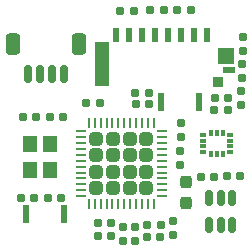
<source format=gbr>
%TF.GenerationSoftware,KiCad,Pcbnew,9.0.0*%
%TF.CreationDate,2025-03-28T18:18:21+01:00*%
%TF.ProjectId,cansatperso,63616e73-6174-4706-9572-736f2e6b6963,rev?*%
%TF.SameCoordinates,Original*%
%TF.FileFunction,Paste,Top*%
%TF.FilePolarity,Positive*%
%FSLAX46Y46*%
G04 Gerber Fmt 4.6, Leading zero omitted, Abs format (unit mm)*
G04 Created by KiCad (PCBNEW 9.0.0) date 2025-03-28 18:18:21*
%MOMM*%
%LPD*%
G01*
G04 APERTURE LIST*
G04 Aperture macros list*
%AMRoundRect*
0 Rectangle with rounded corners*
0 $1 Rounding radius*
0 $2 $3 $4 $5 $6 $7 $8 $9 X,Y pos of 4 corners*
0 Add a 4 corners polygon primitive as box body*
4,1,4,$2,$3,$4,$5,$6,$7,$8,$9,$2,$3,0*
0 Add four circle primitives for the rounded corners*
1,1,$1+$1,$2,$3*
1,1,$1+$1,$4,$5*
1,1,$1+$1,$6,$7*
1,1,$1+$1,$8,$9*
0 Add four rect primitives between the rounded corners*
20,1,$1+$1,$2,$3,$4,$5,0*
20,1,$1+$1,$4,$5,$6,$7,0*
20,1,$1+$1,$6,$7,$8,$9,0*
20,1,$1+$1,$8,$9,$2,$3,0*%
G04 Aperture macros list end*
%ADD10RoundRect,0.150000X-0.150000X-0.625000X0.150000X-0.625000X0.150000X0.625000X-0.150000X0.625000X0*%
%ADD11RoundRect,0.250000X-0.350000X-0.650000X0.350000X-0.650000X0.350000X0.650000X-0.350000X0.650000X0*%
%ADD12RoundRect,0.160000X-0.197500X-0.160000X0.197500X-0.160000X0.197500X0.160000X-0.197500X0.160000X0*%
%ADD13R,0.550000X1.500000*%
%ADD14RoundRect,0.155000X0.155000X-0.212500X0.155000X0.212500X-0.155000X0.212500X-0.155000X-0.212500X0*%
%ADD15R,1.200000X1.400000*%
%ADD16RoundRect,0.155000X-0.212500X-0.155000X0.212500X-0.155000X0.212500X0.155000X-0.212500X0.155000X0*%
%ADD17RoundRect,0.155000X0.212500X0.155000X-0.212500X0.155000X-0.212500X-0.155000X0.212500X-0.155000X0*%
%ADD18RoundRect,0.160000X0.197500X0.160000X-0.197500X0.160000X-0.197500X-0.160000X0.197500X-0.160000X0*%
%ADD19RoundRect,0.237500X0.237500X-0.287500X0.237500X0.287500X-0.237500X0.287500X-0.237500X-0.287500X0*%
%ADD20RoundRect,0.160000X-0.160000X0.197500X-0.160000X-0.197500X0.160000X-0.197500X0.160000X0.197500X0*%
%ADD21R,0.600000X1.250000*%
%ADD22R,1.200000X3.790000*%
%ADD23R,1.450000X1.400000*%
%ADD24R,1.000000X0.600000*%
%ADD25R,0.950000X0.850000*%
%ADD26RoundRect,0.150000X0.150000X-0.512500X0.150000X0.512500X-0.150000X0.512500X-0.150000X-0.512500X0*%
%ADD27RoundRect,0.250000X-0.315000X-0.315000X0.315000X-0.315000X0.315000X0.315000X-0.315000X0.315000X0*%
%ADD28RoundRect,0.062500X-0.375000X-0.062500X0.375000X-0.062500X0.375000X0.062500X-0.375000X0.062500X0*%
%ADD29RoundRect,0.062500X-0.062500X-0.375000X0.062500X-0.375000X0.062500X0.375000X-0.062500X0.375000X0*%
%ADD30RoundRect,0.160000X0.160000X-0.197500X0.160000X0.197500X-0.160000X0.197500X-0.160000X-0.197500X0*%
%ADD31R,0.575000X0.350000*%
%ADD32R,0.350000X0.575000*%
G04 APERTURE END LIST*
D10*
%TO.C,J5*%
X176000000Y-79425000D03*
X177000000Y-79425000D03*
X178000000Y-79425000D03*
X179000000Y-79425000D03*
D11*
X174700000Y-76900000D03*
X180300000Y-76900000D03*
%TD*%
D12*
%TO.C,R8*%
X183732500Y-74100000D03*
X184927500Y-74100000D03*
%TD*%
D13*
%TO.C,SW1*%
X175770000Y-91295000D03*
X179020000Y-91295000D03*
%TD*%
D14*
%TO.C,C7*%
X185020000Y-93557500D03*
X185020000Y-92422500D03*
%TD*%
D15*
%TO.C,Y1*%
X176110000Y-85390000D03*
X176110000Y-87590000D03*
X177810000Y-87590000D03*
X177810000Y-85390000D03*
%TD*%
D16*
%TO.C,C2*%
X177652500Y-89920000D03*
X178787500Y-89920000D03*
%TD*%
D17*
%TO.C,C6*%
X182035000Y-81870000D03*
X180900000Y-81870000D03*
%TD*%
%TO.C,C12*%
X176507500Y-89920000D03*
X175372500Y-89920000D03*
%TD*%
D16*
%TO.C,C10*%
X181862500Y-93140000D03*
X182997500Y-93140000D03*
%TD*%
D18*
%TO.C,R2*%
X186237500Y-81030000D03*
X185042500Y-81030000D03*
%TD*%
D16*
%TO.C,C1*%
X190569500Y-88132000D03*
X191704500Y-88132000D03*
%TD*%
D17*
%TO.C,C16*%
X187467500Y-74010000D03*
X186332500Y-74010000D03*
%TD*%
D19*
%TO.C,D3*%
X189300000Y-90355000D03*
X189300000Y-88605000D03*
%TD*%
D14*
%TO.C,C8*%
X184040000Y-93547500D03*
X184040000Y-92412500D03*
%TD*%
D20*
%TO.C,R5*%
X194100000Y-78592500D03*
X194100000Y-79787500D03*
%TD*%
D18*
%TO.C,R9*%
X192914500Y-82522000D03*
X191719500Y-82522000D03*
%TD*%
D14*
%TO.C,C15*%
X194150000Y-77457500D03*
X194150000Y-76322500D03*
%TD*%
D16*
%TO.C,C11*%
X186022500Y-93260000D03*
X187157500Y-93260000D03*
%TD*%
D21*
%TO.C,J2*%
X191110000Y-76155000D03*
X190010000Y-76155000D03*
X188910000Y-76155000D03*
X187810000Y-76155000D03*
X186710000Y-76155000D03*
X185610000Y-76155000D03*
X184510000Y-76155000D03*
X183410000Y-76155000D03*
D22*
X182260000Y-78635000D03*
D23*
X192735000Y-77880000D03*
D24*
X192960000Y-79130000D03*
D25*
X192035000Y-80105000D03*
%TD*%
D26*
%TO.C,U2*%
X191320000Y-92230000D03*
X192270000Y-92230000D03*
X193220000Y-92230000D03*
X193220000Y-89955000D03*
X192270000Y-89955000D03*
X191320000Y-89955000D03*
%TD*%
D13*
%TO.C,SW2*%
X187200000Y-81795000D03*
X190450000Y-81795000D03*
%TD*%
D20*
%TO.C,R6*%
X193960000Y-80852500D03*
X193960000Y-82047500D03*
%TD*%
D14*
%TO.C,C4*%
X188800000Y-87137500D03*
X188800000Y-86002500D03*
%TD*%
D17*
%TO.C,C17*%
X193907500Y-88120000D03*
X192772500Y-88120000D03*
%TD*%
D16*
%TO.C,C9*%
X181872500Y-92090000D03*
X183007500Y-92090000D03*
%TD*%
D27*
%TO.C,U1*%
X181760000Y-84937500D03*
X181760000Y-86337500D03*
X181760000Y-87737500D03*
X181760000Y-89137500D03*
X183160000Y-84937500D03*
X183160000Y-86337500D03*
X183160000Y-87737500D03*
X183160000Y-89137500D03*
X184560000Y-84937500D03*
X184560000Y-86337500D03*
X184560000Y-87737500D03*
X184560000Y-89137500D03*
X185960000Y-84937500D03*
X185960000Y-86337500D03*
X185960000Y-87737500D03*
X185960000Y-89137500D03*
D28*
X180422500Y-84287500D03*
X180422500Y-84787500D03*
X180422500Y-85287500D03*
X180422500Y-85787500D03*
X180422500Y-86287500D03*
X180422500Y-86787500D03*
X180422500Y-87287500D03*
X180422500Y-87787500D03*
X180422500Y-88287500D03*
X180422500Y-88787500D03*
X180422500Y-89287500D03*
X180422500Y-89787500D03*
D29*
X181110000Y-90475000D03*
X181610000Y-90475000D03*
X182110000Y-90475000D03*
X182610000Y-90475000D03*
X183110000Y-90475000D03*
X183610000Y-90475000D03*
X184110000Y-90475000D03*
X184610000Y-90475000D03*
X185110000Y-90475000D03*
X185610000Y-90475000D03*
X186110000Y-90475000D03*
X186610000Y-90475000D03*
D28*
X187297500Y-89787500D03*
X187297500Y-89287500D03*
X187297500Y-88787500D03*
X187297500Y-88287500D03*
X187297500Y-87787500D03*
X187297500Y-87287500D03*
X187297500Y-86787500D03*
X187297500Y-86287500D03*
X187297500Y-85787500D03*
X187297500Y-85287500D03*
X187297500Y-84787500D03*
X187297500Y-84287500D03*
D29*
X186610000Y-83600000D03*
X186110000Y-83600000D03*
X185610000Y-83600000D03*
X185110000Y-83600000D03*
X184610000Y-83600000D03*
X184110000Y-83600000D03*
X183610000Y-83600000D03*
X183110000Y-83600000D03*
X182610000Y-83600000D03*
X182110000Y-83600000D03*
X181610000Y-83600000D03*
X181110000Y-83600000D03*
%TD*%
D17*
%TO.C,C30*%
X176647500Y-83080000D03*
X175512500Y-83080000D03*
%TD*%
%TO.C,C13*%
X178917500Y-83080000D03*
X177782500Y-83080000D03*
%TD*%
D30*
%TO.C,R20*%
X188270000Y-93055000D03*
X188270000Y-91860000D03*
%TD*%
D17*
%TO.C,C5*%
X187187500Y-92250000D03*
X186052500Y-92250000D03*
%TD*%
%TO.C,C14*%
X192897500Y-81470000D03*
X191762500Y-81470000D03*
%TD*%
D20*
%TO.C,R10*%
X188897000Y-83564500D03*
X188897000Y-84759500D03*
%TD*%
D16*
%TO.C,C3*%
X185072500Y-82000000D03*
X186207500Y-82000000D03*
%TD*%
D31*
%TO.C,IC1*%
X190774000Y-84580000D03*
X190774000Y-85080000D03*
X190774000Y-85580000D03*
X190774000Y-86080000D03*
D32*
X191437000Y-86242000D03*
X191937000Y-86242000D03*
X192437000Y-86242000D03*
D31*
X193100000Y-86080000D03*
X193100000Y-85580000D03*
X193100000Y-85080000D03*
X193100000Y-84580000D03*
D32*
X192437000Y-84418000D03*
X191937000Y-84418000D03*
X191437000Y-84418000D03*
%TD*%
D12*
%TO.C,R7*%
X188582500Y-74030000D03*
X189777500Y-74030000D03*
%TD*%
M02*

</source>
